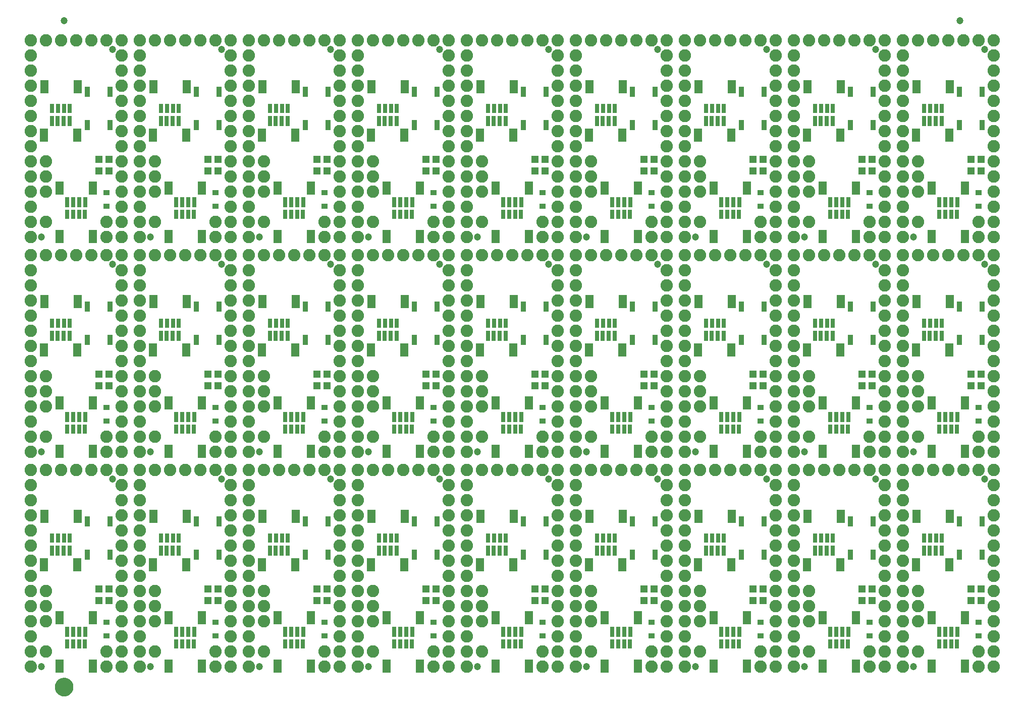
<source format=gts>
G04 EAGLE Gerber RS-274X export*
G75*
%MOMM*%
%FSLAX34Y34*%
%LPD*%
%INSoldermask Top*%
%IPPOS*%
%AMOC8*
5,1,8,0,0,1.08239X$1,22.5*%
G01*
%ADD10R,1.403200X2.203200*%
%ADD11R,0.803200X1.553200*%
%ADD12R,0.803200X1.753200*%
%ADD13C,1.203200*%
%ADD14C,2.082800*%
%ADD15R,1.303200X1.203200*%
%ADD16R,1.033200X0.833200*%
%ADD17R,0.965200X1.727200*%
%ADD18C,1.270000*%
%ADD19C,1.703200*%


D10*
X60900Y14050D03*
X116900Y14050D03*
D11*
X73900Y50800D03*
X83900Y50800D03*
X93900Y50800D03*
X103900Y50800D03*
D10*
X91500Y265350D03*
X35500Y265350D03*
D11*
X78500Y228600D03*
X68500Y228600D03*
X58500Y228600D03*
X48500Y228600D03*
D12*
X78280Y208150D03*
X68280Y208150D03*
X58280Y208150D03*
X48280Y208150D03*
D10*
X91280Y183900D03*
X35280Y183900D03*
D13*
X30480Y12700D03*
X149860Y327660D03*
D14*
X12700Y342900D03*
X12700Y317500D03*
X12700Y292100D03*
X12700Y266700D03*
X12700Y241300D03*
X12700Y215900D03*
X12700Y190500D03*
X12700Y165100D03*
X12700Y139700D03*
X12700Y114300D03*
X12700Y88900D03*
X12700Y63500D03*
X12700Y38100D03*
X12700Y12700D03*
X165100Y342900D03*
X165100Y317500D03*
X165100Y292100D03*
X165100Y266700D03*
X165100Y241300D03*
X165100Y215900D03*
X165100Y190500D03*
X165100Y165100D03*
X165100Y139700D03*
X165100Y114300D03*
X165100Y88900D03*
X165100Y63500D03*
X165100Y38100D03*
X165100Y12700D03*
X38100Y342900D03*
X63500Y342900D03*
X88900Y342900D03*
X114300Y342900D03*
X139700Y342900D03*
X38100Y139700D03*
X38100Y114300D03*
X38100Y88900D03*
X38100Y38100D03*
D15*
X127644Y143256D03*
X144644Y143256D03*
X127644Y123952D03*
X144644Y123952D03*
D12*
X74120Y71250D03*
X84120Y71250D03*
X94120Y71250D03*
X104120Y71250D03*
D10*
X61120Y95500D03*
X117120Y95500D03*
D14*
X139700Y12700D03*
X139700Y38100D03*
D16*
X139700Y87700D03*
X139700Y64700D03*
D17*
X146050Y256540D03*
X146050Y200660D03*
X107950Y256540D03*
X107950Y200660D03*
D10*
X243780Y14050D03*
X299780Y14050D03*
D11*
X256780Y50800D03*
X266780Y50800D03*
X276780Y50800D03*
X286780Y50800D03*
D10*
X274380Y265350D03*
X218380Y265350D03*
D11*
X261380Y228600D03*
X251380Y228600D03*
X241380Y228600D03*
X231380Y228600D03*
D12*
X261160Y208150D03*
X251160Y208150D03*
X241160Y208150D03*
X231160Y208150D03*
D10*
X274160Y183900D03*
X218160Y183900D03*
D13*
X213360Y12700D03*
X332740Y327660D03*
D14*
X195580Y342900D03*
X195580Y317500D03*
X195580Y292100D03*
X195580Y266700D03*
X195580Y241300D03*
X195580Y215900D03*
X195580Y190500D03*
X195580Y165100D03*
X195580Y139700D03*
X195580Y114300D03*
X195580Y88900D03*
X195580Y63500D03*
X195580Y38100D03*
X195580Y12700D03*
X347980Y342900D03*
X347980Y317500D03*
X347980Y292100D03*
X347980Y266700D03*
X347980Y241300D03*
X347980Y215900D03*
X347980Y190500D03*
X347980Y165100D03*
X347980Y139700D03*
X347980Y114300D03*
X347980Y88900D03*
X347980Y63500D03*
X347980Y38100D03*
X347980Y12700D03*
X220980Y342900D03*
X246380Y342900D03*
X271780Y342900D03*
X297180Y342900D03*
X322580Y342900D03*
X220980Y139700D03*
X220980Y114300D03*
X220980Y88900D03*
X220980Y38100D03*
D15*
X310524Y143256D03*
X327524Y143256D03*
X310524Y123952D03*
X327524Y123952D03*
D12*
X257000Y71250D03*
X267000Y71250D03*
X277000Y71250D03*
X287000Y71250D03*
D10*
X244000Y95500D03*
X300000Y95500D03*
D14*
X322580Y12700D03*
X322580Y38100D03*
D16*
X322580Y87700D03*
X322580Y64700D03*
D17*
X328930Y256540D03*
X328930Y200660D03*
X290830Y256540D03*
X290830Y200660D03*
D10*
X426660Y14050D03*
X482660Y14050D03*
D11*
X439660Y50800D03*
X449660Y50800D03*
X459660Y50800D03*
X469660Y50800D03*
D10*
X457260Y265350D03*
X401260Y265350D03*
D11*
X444260Y228600D03*
X434260Y228600D03*
X424260Y228600D03*
X414260Y228600D03*
D12*
X444040Y208150D03*
X434040Y208150D03*
X424040Y208150D03*
X414040Y208150D03*
D10*
X457040Y183900D03*
X401040Y183900D03*
D13*
X396240Y12700D03*
X515620Y327660D03*
D14*
X378460Y342900D03*
X378460Y317500D03*
X378460Y292100D03*
X378460Y266700D03*
X378460Y241300D03*
X378460Y215900D03*
X378460Y190500D03*
X378460Y165100D03*
X378460Y139700D03*
X378460Y114300D03*
X378460Y88900D03*
X378460Y63500D03*
X378460Y38100D03*
X378460Y12700D03*
X530860Y342900D03*
X530860Y317500D03*
X530860Y292100D03*
X530860Y266700D03*
X530860Y241300D03*
X530860Y215900D03*
X530860Y190500D03*
X530860Y165100D03*
X530860Y139700D03*
X530860Y114300D03*
X530860Y88900D03*
X530860Y63500D03*
X530860Y38100D03*
X530860Y12700D03*
X403860Y342900D03*
X429260Y342900D03*
X454660Y342900D03*
X480060Y342900D03*
X505460Y342900D03*
X403860Y139700D03*
X403860Y114300D03*
X403860Y88900D03*
X403860Y38100D03*
D15*
X493404Y143256D03*
X510404Y143256D03*
X493404Y123952D03*
X510404Y123952D03*
D12*
X439880Y71250D03*
X449880Y71250D03*
X459880Y71250D03*
X469880Y71250D03*
D10*
X426880Y95500D03*
X482880Y95500D03*
D14*
X505460Y12700D03*
X505460Y38100D03*
D16*
X505460Y87700D03*
X505460Y64700D03*
D17*
X511810Y256540D03*
X511810Y200660D03*
X473710Y256540D03*
X473710Y200660D03*
D10*
X609540Y14050D03*
X665540Y14050D03*
D11*
X622540Y50800D03*
X632540Y50800D03*
X642540Y50800D03*
X652540Y50800D03*
D10*
X640140Y265350D03*
X584140Y265350D03*
D11*
X627140Y228600D03*
X617140Y228600D03*
X607140Y228600D03*
X597140Y228600D03*
D12*
X626920Y208150D03*
X616920Y208150D03*
X606920Y208150D03*
X596920Y208150D03*
D10*
X639920Y183900D03*
X583920Y183900D03*
D13*
X579120Y12700D03*
X698500Y327660D03*
D14*
X561340Y342900D03*
X561340Y317500D03*
X561340Y292100D03*
X561340Y266700D03*
X561340Y241300D03*
X561340Y215900D03*
X561340Y190500D03*
X561340Y165100D03*
X561340Y139700D03*
X561340Y114300D03*
X561340Y88900D03*
X561340Y63500D03*
X561340Y38100D03*
X561340Y12700D03*
X713740Y342900D03*
X713740Y317500D03*
X713740Y292100D03*
X713740Y266700D03*
X713740Y241300D03*
X713740Y215900D03*
X713740Y190500D03*
X713740Y165100D03*
X713740Y139700D03*
X713740Y114300D03*
X713740Y88900D03*
X713740Y63500D03*
X713740Y38100D03*
X713740Y12700D03*
X586740Y342900D03*
X612140Y342900D03*
X637540Y342900D03*
X662940Y342900D03*
X688340Y342900D03*
X586740Y139700D03*
X586740Y114300D03*
X586740Y88900D03*
X586740Y38100D03*
D15*
X676284Y143256D03*
X693284Y143256D03*
X676284Y123952D03*
X693284Y123952D03*
D12*
X622760Y71250D03*
X632760Y71250D03*
X642760Y71250D03*
X652760Y71250D03*
D10*
X609760Y95500D03*
X665760Y95500D03*
D14*
X688340Y12700D03*
X688340Y38100D03*
D16*
X688340Y87700D03*
X688340Y64700D03*
D17*
X694690Y256540D03*
X694690Y200660D03*
X656590Y256540D03*
X656590Y200660D03*
D10*
X792420Y14050D03*
X848420Y14050D03*
D11*
X805420Y50800D03*
X815420Y50800D03*
X825420Y50800D03*
X835420Y50800D03*
D10*
X823020Y265350D03*
X767020Y265350D03*
D11*
X810020Y228600D03*
X800020Y228600D03*
X790020Y228600D03*
X780020Y228600D03*
D12*
X809800Y208150D03*
X799800Y208150D03*
X789800Y208150D03*
X779800Y208150D03*
D10*
X822800Y183900D03*
X766800Y183900D03*
D13*
X762000Y12700D03*
X881380Y327660D03*
D14*
X744220Y342900D03*
X744220Y317500D03*
X744220Y292100D03*
X744220Y266700D03*
X744220Y241300D03*
X744220Y215900D03*
X744220Y190500D03*
X744220Y165100D03*
X744220Y139700D03*
X744220Y114300D03*
X744220Y88900D03*
X744220Y63500D03*
X744220Y38100D03*
X744220Y12700D03*
X896620Y342900D03*
X896620Y317500D03*
X896620Y292100D03*
X896620Y266700D03*
X896620Y241300D03*
X896620Y215900D03*
X896620Y190500D03*
X896620Y165100D03*
X896620Y139700D03*
X896620Y114300D03*
X896620Y88900D03*
X896620Y63500D03*
X896620Y38100D03*
X896620Y12700D03*
X769620Y342900D03*
X795020Y342900D03*
X820420Y342900D03*
X845820Y342900D03*
X871220Y342900D03*
X769620Y139700D03*
X769620Y114300D03*
X769620Y88900D03*
X769620Y38100D03*
D15*
X859164Y143256D03*
X876164Y143256D03*
X859164Y123952D03*
X876164Y123952D03*
D12*
X805640Y71250D03*
X815640Y71250D03*
X825640Y71250D03*
X835640Y71250D03*
D10*
X792640Y95500D03*
X848640Y95500D03*
D14*
X871220Y12700D03*
X871220Y38100D03*
D16*
X871220Y87700D03*
X871220Y64700D03*
D17*
X877570Y256540D03*
X877570Y200660D03*
X839470Y256540D03*
X839470Y200660D03*
D10*
X975300Y14050D03*
X1031300Y14050D03*
D11*
X988300Y50800D03*
X998300Y50800D03*
X1008300Y50800D03*
X1018300Y50800D03*
D10*
X1005900Y265350D03*
X949900Y265350D03*
D11*
X992900Y228600D03*
X982900Y228600D03*
X972900Y228600D03*
X962900Y228600D03*
D12*
X992680Y208150D03*
X982680Y208150D03*
X972680Y208150D03*
X962680Y208150D03*
D10*
X1005680Y183900D03*
X949680Y183900D03*
D13*
X944880Y12700D03*
X1064260Y327660D03*
D14*
X927100Y342900D03*
X927100Y317500D03*
X927100Y292100D03*
X927100Y266700D03*
X927100Y241300D03*
X927100Y215900D03*
X927100Y190500D03*
X927100Y165100D03*
X927100Y139700D03*
X927100Y114300D03*
X927100Y88900D03*
X927100Y63500D03*
X927100Y38100D03*
X927100Y12700D03*
X1079500Y342900D03*
X1079500Y317500D03*
X1079500Y292100D03*
X1079500Y266700D03*
X1079500Y241300D03*
X1079500Y215900D03*
X1079500Y190500D03*
X1079500Y165100D03*
X1079500Y139700D03*
X1079500Y114300D03*
X1079500Y88900D03*
X1079500Y63500D03*
X1079500Y38100D03*
X1079500Y12700D03*
X952500Y342900D03*
X977900Y342900D03*
X1003300Y342900D03*
X1028700Y342900D03*
X1054100Y342900D03*
X952500Y139700D03*
X952500Y114300D03*
X952500Y88900D03*
X952500Y38100D03*
D15*
X1042044Y143256D03*
X1059044Y143256D03*
X1042044Y123952D03*
X1059044Y123952D03*
D12*
X988520Y71250D03*
X998520Y71250D03*
X1008520Y71250D03*
X1018520Y71250D03*
D10*
X975520Y95500D03*
X1031520Y95500D03*
D14*
X1054100Y12700D03*
X1054100Y38100D03*
D16*
X1054100Y87700D03*
X1054100Y64700D03*
D17*
X1060450Y256540D03*
X1060450Y200660D03*
X1022350Y256540D03*
X1022350Y200660D03*
D10*
X1158180Y14050D03*
X1214180Y14050D03*
D11*
X1171180Y50800D03*
X1181180Y50800D03*
X1191180Y50800D03*
X1201180Y50800D03*
D10*
X1188780Y265350D03*
X1132780Y265350D03*
D11*
X1175780Y228600D03*
X1165780Y228600D03*
X1155780Y228600D03*
X1145780Y228600D03*
D12*
X1175560Y208150D03*
X1165560Y208150D03*
X1155560Y208150D03*
X1145560Y208150D03*
D10*
X1188560Y183900D03*
X1132560Y183900D03*
D13*
X1127760Y12700D03*
X1247140Y327660D03*
D14*
X1109980Y342900D03*
X1109980Y317500D03*
X1109980Y292100D03*
X1109980Y266700D03*
X1109980Y241300D03*
X1109980Y215900D03*
X1109980Y190500D03*
X1109980Y165100D03*
X1109980Y139700D03*
X1109980Y114300D03*
X1109980Y88900D03*
X1109980Y63500D03*
X1109980Y38100D03*
X1109980Y12700D03*
X1262380Y342900D03*
X1262380Y317500D03*
X1262380Y292100D03*
X1262380Y266700D03*
X1262380Y241300D03*
X1262380Y215900D03*
X1262380Y190500D03*
X1262380Y165100D03*
X1262380Y139700D03*
X1262380Y114300D03*
X1262380Y88900D03*
X1262380Y63500D03*
X1262380Y38100D03*
X1262380Y12700D03*
X1135380Y342900D03*
X1160780Y342900D03*
X1186180Y342900D03*
X1211580Y342900D03*
X1236980Y342900D03*
X1135380Y139700D03*
X1135380Y114300D03*
X1135380Y88900D03*
X1135380Y38100D03*
D15*
X1224924Y143256D03*
X1241924Y143256D03*
X1224924Y123952D03*
X1241924Y123952D03*
D12*
X1171400Y71250D03*
X1181400Y71250D03*
X1191400Y71250D03*
X1201400Y71250D03*
D10*
X1158400Y95500D03*
X1214400Y95500D03*
D14*
X1236980Y12700D03*
X1236980Y38100D03*
D16*
X1236980Y87700D03*
X1236980Y64700D03*
D17*
X1243330Y256540D03*
X1243330Y200660D03*
X1205230Y256540D03*
X1205230Y200660D03*
D10*
X1341060Y14050D03*
X1397060Y14050D03*
D11*
X1354060Y50800D03*
X1364060Y50800D03*
X1374060Y50800D03*
X1384060Y50800D03*
D10*
X1371660Y265350D03*
X1315660Y265350D03*
D11*
X1358660Y228600D03*
X1348660Y228600D03*
X1338660Y228600D03*
X1328660Y228600D03*
D12*
X1358440Y208150D03*
X1348440Y208150D03*
X1338440Y208150D03*
X1328440Y208150D03*
D10*
X1371440Y183900D03*
X1315440Y183900D03*
D13*
X1310640Y12700D03*
X1430020Y327660D03*
D14*
X1292860Y342900D03*
X1292860Y317500D03*
X1292860Y292100D03*
X1292860Y266700D03*
X1292860Y241300D03*
X1292860Y215900D03*
X1292860Y190500D03*
X1292860Y165100D03*
X1292860Y139700D03*
X1292860Y114300D03*
X1292860Y88900D03*
X1292860Y63500D03*
X1292860Y38100D03*
X1292860Y12700D03*
X1445260Y342900D03*
X1445260Y317500D03*
X1445260Y292100D03*
X1445260Y266700D03*
X1445260Y241300D03*
X1445260Y215900D03*
X1445260Y190500D03*
X1445260Y165100D03*
X1445260Y139700D03*
X1445260Y114300D03*
X1445260Y88900D03*
X1445260Y63500D03*
X1445260Y38100D03*
X1445260Y12700D03*
X1318260Y342900D03*
X1343660Y342900D03*
X1369060Y342900D03*
X1394460Y342900D03*
X1419860Y342900D03*
X1318260Y139700D03*
X1318260Y114300D03*
X1318260Y88900D03*
X1318260Y38100D03*
D15*
X1407804Y143256D03*
X1424804Y143256D03*
X1407804Y123952D03*
X1424804Y123952D03*
D12*
X1354280Y71250D03*
X1364280Y71250D03*
X1374280Y71250D03*
X1384280Y71250D03*
D10*
X1341280Y95500D03*
X1397280Y95500D03*
D14*
X1419860Y12700D03*
X1419860Y38100D03*
D16*
X1419860Y87700D03*
X1419860Y64700D03*
D17*
X1426210Y256540D03*
X1426210Y200660D03*
X1388110Y256540D03*
X1388110Y200660D03*
D10*
X1523940Y14050D03*
X1579940Y14050D03*
D11*
X1536940Y50800D03*
X1546940Y50800D03*
X1556940Y50800D03*
X1566940Y50800D03*
D10*
X1554540Y265350D03*
X1498540Y265350D03*
D11*
X1541540Y228600D03*
X1531540Y228600D03*
X1521540Y228600D03*
X1511540Y228600D03*
D12*
X1541320Y208150D03*
X1531320Y208150D03*
X1521320Y208150D03*
X1511320Y208150D03*
D10*
X1554320Y183900D03*
X1498320Y183900D03*
D13*
X1493520Y12700D03*
X1612900Y327660D03*
D14*
X1475740Y342900D03*
X1475740Y317500D03*
X1475740Y292100D03*
X1475740Y266700D03*
X1475740Y241300D03*
X1475740Y215900D03*
X1475740Y190500D03*
X1475740Y165100D03*
X1475740Y139700D03*
X1475740Y114300D03*
X1475740Y88900D03*
X1475740Y63500D03*
X1475740Y38100D03*
X1475740Y12700D03*
X1628140Y342900D03*
X1628140Y317500D03*
X1628140Y292100D03*
X1628140Y266700D03*
X1628140Y241300D03*
X1628140Y215900D03*
X1628140Y190500D03*
X1628140Y165100D03*
X1628140Y139700D03*
X1628140Y114300D03*
X1628140Y88900D03*
X1628140Y63500D03*
X1628140Y38100D03*
X1628140Y12700D03*
X1501140Y342900D03*
X1526540Y342900D03*
X1551940Y342900D03*
X1577340Y342900D03*
X1602740Y342900D03*
X1501140Y139700D03*
X1501140Y114300D03*
X1501140Y88900D03*
X1501140Y38100D03*
D15*
X1590684Y143256D03*
X1607684Y143256D03*
X1590684Y123952D03*
X1607684Y123952D03*
D12*
X1537160Y71250D03*
X1547160Y71250D03*
X1557160Y71250D03*
X1567160Y71250D03*
D10*
X1524160Y95500D03*
X1580160Y95500D03*
D14*
X1602740Y12700D03*
X1602740Y38100D03*
D16*
X1602740Y87700D03*
X1602740Y64700D03*
D17*
X1609090Y256540D03*
X1609090Y200660D03*
X1570990Y256540D03*
X1570990Y200660D03*
D10*
X60900Y374730D03*
X116900Y374730D03*
D11*
X73900Y411480D03*
X83900Y411480D03*
X93900Y411480D03*
X103900Y411480D03*
D10*
X91500Y626030D03*
X35500Y626030D03*
D11*
X78500Y589280D03*
X68500Y589280D03*
X58500Y589280D03*
X48500Y589280D03*
D12*
X78280Y568830D03*
X68280Y568830D03*
X58280Y568830D03*
X48280Y568830D03*
D10*
X91280Y544580D03*
X35280Y544580D03*
D13*
X30480Y373380D03*
X149860Y688340D03*
D14*
X12700Y703580D03*
X12700Y678180D03*
X12700Y652780D03*
X12700Y627380D03*
X12700Y601980D03*
X12700Y576580D03*
X12700Y551180D03*
X12700Y525780D03*
X12700Y500380D03*
X12700Y474980D03*
X12700Y449580D03*
X12700Y424180D03*
X12700Y398780D03*
X12700Y373380D03*
X165100Y703580D03*
X165100Y678180D03*
X165100Y652780D03*
X165100Y627380D03*
X165100Y601980D03*
X165100Y576580D03*
X165100Y551180D03*
X165100Y525780D03*
X165100Y500380D03*
X165100Y474980D03*
X165100Y449580D03*
X165100Y424180D03*
X165100Y398780D03*
X165100Y373380D03*
X38100Y703580D03*
X63500Y703580D03*
X88900Y703580D03*
X114300Y703580D03*
X139700Y703580D03*
X38100Y500380D03*
X38100Y474980D03*
X38100Y449580D03*
X38100Y398780D03*
D15*
X127644Y503936D03*
X144644Y503936D03*
X127644Y484632D03*
X144644Y484632D03*
D12*
X74120Y431930D03*
X84120Y431930D03*
X94120Y431930D03*
X104120Y431930D03*
D10*
X61120Y456180D03*
X117120Y456180D03*
D14*
X139700Y373380D03*
X139700Y398780D03*
D16*
X139700Y448380D03*
X139700Y425380D03*
D17*
X146050Y617220D03*
X146050Y561340D03*
X107950Y617220D03*
X107950Y561340D03*
D10*
X243780Y374730D03*
X299780Y374730D03*
D11*
X256780Y411480D03*
X266780Y411480D03*
X276780Y411480D03*
X286780Y411480D03*
D10*
X274380Y626030D03*
X218380Y626030D03*
D11*
X261380Y589280D03*
X251380Y589280D03*
X241380Y589280D03*
X231380Y589280D03*
D12*
X261160Y568830D03*
X251160Y568830D03*
X241160Y568830D03*
X231160Y568830D03*
D10*
X274160Y544580D03*
X218160Y544580D03*
D13*
X213360Y373380D03*
X332740Y688340D03*
D14*
X195580Y703580D03*
X195580Y678180D03*
X195580Y652780D03*
X195580Y627380D03*
X195580Y601980D03*
X195580Y576580D03*
X195580Y551180D03*
X195580Y525780D03*
X195580Y500380D03*
X195580Y474980D03*
X195580Y449580D03*
X195580Y424180D03*
X195580Y398780D03*
X195580Y373380D03*
X347980Y703580D03*
X347980Y678180D03*
X347980Y652780D03*
X347980Y627380D03*
X347980Y601980D03*
X347980Y576580D03*
X347980Y551180D03*
X347980Y525780D03*
X347980Y500380D03*
X347980Y474980D03*
X347980Y449580D03*
X347980Y424180D03*
X347980Y398780D03*
X347980Y373380D03*
X220980Y703580D03*
X246380Y703580D03*
X271780Y703580D03*
X297180Y703580D03*
X322580Y703580D03*
X220980Y500380D03*
X220980Y474980D03*
X220980Y449580D03*
X220980Y398780D03*
D15*
X310524Y503936D03*
X327524Y503936D03*
X310524Y484632D03*
X327524Y484632D03*
D12*
X257000Y431930D03*
X267000Y431930D03*
X277000Y431930D03*
X287000Y431930D03*
D10*
X244000Y456180D03*
X300000Y456180D03*
D14*
X322580Y373380D03*
X322580Y398780D03*
D16*
X322580Y448380D03*
X322580Y425380D03*
D17*
X328930Y617220D03*
X328930Y561340D03*
X290830Y617220D03*
X290830Y561340D03*
D10*
X426660Y374730D03*
X482660Y374730D03*
D11*
X439660Y411480D03*
X449660Y411480D03*
X459660Y411480D03*
X469660Y411480D03*
D10*
X457260Y626030D03*
X401260Y626030D03*
D11*
X444260Y589280D03*
X434260Y589280D03*
X424260Y589280D03*
X414260Y589280D03*
D12*
X444040Y568830D03*
X434040Y568830D03*
X424040Y568830D03*
X414040Y568830D03*
D10*
X457040Y544580D03*
X401040Y544580D03*
D13*
X396240Y373380D03*
X515620Y688340D03*
D14*
X378460Y703580D03*
X378460Y678180D03*
X378460Y652780D03*
X378460Y627380D03*
X378460Y601980D03*
X378460Y576580D03*
X378460Y551180D03*
X378460Y525780D03*
X378460Y500380D03*
X378460Y474980D03*
X378460Y449580D03*
X378460Y424180D03*
X378460Y398780D03*
X378460Y373380D03*
X530860Y703580D03*
X530860Y678180D03*
X530860Y652780D03*
X530860Y627380D03*
X530860Y601980D03*
X530860Y576580D03*
X530860Y551180D03*
X530860Y525780D03*
X530860Y500380D03*
X530860Y474980D03*
X530860Y449580D03*
X530860Y424180D03*
X530860Y398780D03*
X530860Y373380D03*
X403860Y703580D03*
X429260Y703580D03*
X454660Y703580D03*
X480060Y703580D03*
X505460Y703580D03*
X403860Y500380D03*
X403860Y474980D03*
X403860Y449580D03*
X403860Y398780D03*
D15*
X493404Y503936D03*
X510404Y503936D03*
X493404Y484632D03*
X510404Y484632D03*
D12*
X439880Y431930D03*
X449880Y431930D03*
X459880Y431930D03*
X469880Y431930D03*
D10*
X426880Y456180D03*
X482880Y456180D03*
D14*
X505460Y373380D03*
X505460Y398780D03*
D16*
X505460Y448380D03*
X505460Y425380D03*
D17*
X511810Y617220D03*
X511810Y561340D03*
X473710Y617220D03*
X473710Y561340D03*
D10*
X609540Y374730D03*
X665540Y374730D03*
D11*
X622540Y411480D03*
X632540Y411480D03*
X642540Y411480D03*
X652540Y411480D03*
D10*
X640140Y626030D03*
X584140Y626030D03*
D11*
X627140Y589280D03*
X617140Y589280D03*
X607140Y589280D03*
X597140Y589280D03*
D12*
X626920Y568830D03*
X616920Y568830D03*
X606920Y568830D03*
X596920Y568830D03*
D10*
X639920Y544580D03*
X583920Y544580D03*
D13*
X579120Y373380D03*
X698500Y688340D03*
D14*
X561340Y703580D03*
X561340Y678180D03*
X561340Y652780D03*
X561340Y627380D03*
X561340Y601980D03*
X561340Y576580D03*
X561340Y551180D03*
X561340Y525780D03*
X561340Y500380D03*
X561340Y474980D03*
X561340Y449580D03*
X561340Y424180D03*
X561340Y398780D03*
X561340Y373380D03*
X713740Y703580D03*
X713740Y678180D03*
X713740Y652780D03*
X713740Y627380D03*
X713740Y601980D03*
X713740Y576580D03*
X713740Y551180D03*
X713740Y525780D03*
X713740Y500380D03*
X713740Y474980D03*
X713740Y449580D03*
X713740Y424180D03*
X713740Y398780D03*
X713740Y373380D03*
X586740Y703580D03*
X612140Y703580D03*
X637540Y703580D03*
X662940Y703580D03*
X688340Y703580D03*
X586740Y500380D03*
X586740Y474980D03*
X586740Y449580D03*
X586740Y398780D03*
D15*
X676284Y503936D03*
X693284Y503936D03*
X676284Y484632D03*
X693284Y484632D03*
D12*
X622760Y431930D03*
X632760Y431930D03*
X642760Y431930D03*
X652760Y431930D03*
D10*
X609760Y456180D03*
X665760Y456180D03*
D14*
X688340Y373380D03*
X688340Y398780D03*
D16*
X688340Y448380D03*
X688340Y425380D03*
D17*
X694690Y617220D03*
X694690Y561340D03*
X656590Y617220D03*
X656590Y561340D03*
D10*
X792420Y374730D03*
X848420Y374730D03*
D11*
X805420Y411480D03*
X815420Y411480D03*
X825420Y411480D03*
X835420Y411480D03*
D10*
X823020Y626030D03*
X767020Y626030D03*
D11*
X810020Y589280D03*
X800020Y589280D03*
X790020Y589280D03*
X780020Y589280D03*
D12*
X809800Y568830D03*
X799800Y568830D03*
X789800Y568830D03*
X779800Y568830D03*
D10*
X822800Y544580D03*
X766800Y544580D03*
D13*
X762000Y373380D03*
X881380Y688340D03*
D14*
X744220Y703580D03*
X744220Y678180D03*
X744220Y652780D03*
X744220Y627380D03*
X744220Y601980D03*
X744220Y576580D03*
X744220Y551180D03*
X744220Y525780D03*
X744220Y500380D03*
X744220Y474980D03*
X744220Y449580D03*
X744220Y424180D03*
X744220Y398780D03*
X744220Y373380D03*
X896620Y703580D03*
X896620Y678180D03*
X896620Y652780D03*
X896620Y627380D03*
X896620Y601980D03*
X896620Y576580D03*
X896620Y551180D03*
X896620Y525780D03*
X896620Y500380D03*
X896620Y474980D03*
X896620Y449580D03*
X896620Y424180D03*
X896620Y398780D03*
X896620Y373380D03*
X769620Y703580D03*
X795020Y703580D03*
X820420Y703580D03*
X845820Y703580D03*
X871220Y703580D03*
X769620Y500380D03*
X769620Y474980D03*
X769620Y449580D03*
X769620Y398780D03*
D15*
X859164Y503936D03*
X876164Y503936D03*
X859164Y484632D03*
X876164Y484632D03*
D12*
X805640Y431930D03*
X815640Y431930D03*
X825640Y431930D03*
X835640Y431930D03*
D10*
X792640Y456180D03*
X848640Y456180D03*
D14*
X871220Y373380D03*
X871220Y398780D03*
D16*
X871220Y448380D03*
X871220Y425380D03*
D17*
X877570Y617220D03*
X877570Y561340D03*
X839470Y617220D03*
X839470Y561340D03*
D10*
X975300Y374730D03*
X1031300Y374730D03*
D11*
X988300Y411480D03*
X998300Y411480D03*
X1008300Y411480D03*
X1018300Y411480D03*
D10*
X1005900Y626030D03*
X949900Y626030D03*
D11*
X992900Y589280D03*
X982900Y589280D03*
X972900Y589280D03*
X962900Y589280D03*
D12*
X992680Y568830D03*
X982680Y568830D03*
X972680Y568830D03*
X962680Y568830D03*
D10*
X1005680Y544580D03*
X949680Y544580D03*
D13*
X944880Y373380D03*
X1064260Y688340D03*
D14*
X927100Y703580D03*
X927100Y678180D03*
X927100Y652780D03*
X927100Y627380D03*
X927100Y601980D03*
X927100Y576580D03*
X927100Y551180D03*
X927100Y525780D03*
X927100Y500380D03*
X927100Y474980D03*
X927100Y449580D03*
X927100Y424180D03*
X927100Y398780D03*
X927100Y373380D03*
X1079500Y703580D03*
X1079500Y678180D03*
X1079500Y652780D03*
X1079500Y627380D03*
X1079500Y601980D03*
X1079500Y576580D03*
X1079500Y551180D03*
X1079500Y525780D03*
X1079500Y500380D03*
X1079500Y474980D03*
X1079500Y449580D03*
X1079500Y424180D03*
X1079500Y398780D03*
X1079500Y373380D03*
X952500Y703580D03*
X977900Y703580D03*
X1003300Y703580D03*
X1028700Y703580D03*
X1054100Y703580D03*
X952500Y500380D03*
X952500Y474980D03*
X952500Y449580D03*
X952500Y398780D03*
D15*
X1042044Y503936D03*
X1059044Y503936D03*
X1042044Y484632D03*
X1059044Y484632D03*
D12*
X988520Y431930D03*
X998520Y431930D03*
X1008520Y431930D03*
X1018520Y431930D03*
D10*
X975520Y456180D03*
X1031520Y456180D03*
D14*
X1054100Y373380D03*
X1054100Y398780D03*
D16*
X1054100Y448380D03*
X1054100Y425380D03*
D17*
X1060450Y617220D03*
X1060450Y561340D03*
X1022350Y617220D03*
X1022350Y561340D03*
D10*
X1158180Y374730D03*
X1214180Y374730D03*
D11*
X1171180Y411480D03*
X1181180Y411480D03*
X1191180Y411480D03*
X1201180Y411480D03*
D10*
X1188780Y626030D03*
X1132780Y626030D03*
D11*
X1175780Y589280D03*
X1165780Y589280D03*
X1155780Y589280D03*
X1145780Y589280D03*
D12*
X1175560Y568830D03*
X1165560Y568830D03*
X1155560Y568830D03*
X1145560Y568830D03*
D10*
X1188560Y544580D03*
X1132560Y544580D03*
D13*
X1127760Y373380D03*
X1247140Y688340D03*
D14*
X1109980Y703580D03*
X1109980Y678180D03*
X1109980Y652780D03*
X1109980Y627380D03*
X1109980Y601980D03*
X1109980Y576580D03*
X1109980Y551180D03*
X1109980Y525780D03*
X1109980Y500380D03*
X1109980Y474980D03*
X1109980Y449580D03*
X1109980Y424180D03*
X1109980Y398780D03*
X1109980Y373380D03*
X1262380Y703580D03*
X1262380Y678180D03*
X1262380Y652780D03*
X1262380Y627380D03*
X1262380Y601980D03*
X1262380Y576580D03*
X1262380Y551180D03*
X1262380Y525780D03*
X1262380Y500380D03*
X1262380Y474980D03*
X1262380Y449580D03*
X1262380Y424180D03*
X1262380Y398780D03*
X1262380Y373380D03*
X1135380Y703580D03*
X1160780Y703580D03*
X1186180Y703580D03*
X1211580Y703580D03*
X1236980Y703580D03*
X1135380Y500380D03*
X1135380Y474980D03*
X1135380Y449580D03*
X1135380Y398780D03*
D15*
X1224924Y503936D03*
X1241924Y503936D03*
X1224924Y484632D03*
X1241924Y484632D03*
D12*
X1171400Y431930D03*
X1181400Y431930D03*
X1191400Y431930D03*
X1201400Y431930D03*
D10*
X1158400Y456180D03*
X1214400Y456180D03*
D14*
X1236980Y373380D03*
X1236980Y398780D03*
D16*
X1236980Y448380D03*
X1236980Y425380D03*
D17*
X1243330Y617220D03*
X1243330Y561340D03*
X1205230Y617220D03*
X1205230Y561340D03*
D10*
X1341060Y374730D03*
X1397060Y374730D03*
D11*
X1354060Y411480D03*
X1364060Y411480D03*
X1374060Y411480D03*
X1384060Y411480D03*
D10*
X1371660Y626030D03*
X1315660Y626030D03*
D11*
X1358660Y589280D03*
X1348660Y589280D03*
X1338660Y589280D03*
X1328660Y589280D03*
D12*
X1358440Y568830D03*
X1348440Y568830D03*
X1338440Y568830D03*
X1328440Y568830D03*
D10*
X1371440Y544580D03*
X1315440Y544580D03*
D13*
X1310640Y373380D03*
X1430020Y688340D03*
D14*
X1292860Y703580D03*
X1292860Y678180D03*
X1292860Y652780D03*
X1292860Y627380D03*
X1292860Y601980D03*
X1292860Y576580D03*
X1292860Y551180D03*
X1292860Y525780D03*
X1292860Y500380D03*
X1292860Y474980D03*
X1292860Y449580D03*
X1292860Y424180D03*
X1292860Y398780D03*
X1292860Y373380D03*
X1445260Y703580D03*
X1445260Y678180D03*
X1445260Y652780D03*
X1445260Y627380D03*
X1445260Y601980D03*
X1445260Y576580D03*
X1445260Y551180D03*
X1445260Y525780D03*
X1445260Y500380D03*
X1445260Y474980D03*
X1445260Y449580D03*
X1445260Y424180D03*
X1445260Y398780D03*
X1445260Y373380D03*
X1318260Y703580D03*
X1343660Y703580D03*
X1369060Y703580D03*
X1394460Y703580D03*
X1419860Y703580D03*
X1318260Y500380D03*
X1318260Y474980D03*
X1318260Y449580D03*
X1318260Y398780D03*
D15*
X1407804Y503936D03*
X1424804Y503936D03*
X1407804Y484632D03*
X1424804Y484632D03*
D12*
X1354280Y431930D03*
X1364280Y431930D03*
X1374280Y431930D03*
X1384280Y431930D03*
D10*
X1341280Y456180D03*
X1397280Y456180D03*
D14*
X1419860Y373380D03*
X1419860Y398780D03*
D16*
X1419860Y448380D03*
X1419860Y425380D03*
D17*
X1426210Y617220D03*
X1426210Y561340D03*
X1388110Y617220D03*
X1388110Y561340D03*
D10*
X1523940Y374730D03*
X1579940Y374730D03*
D11*
X1536940Y411480D03*
X1546940Y411480D03*
X1556940Y411480D03*
X1566940Y411480D03*
D10*
X1554540Y626030D03*
X1498540Y626030D03*
D11*
X1541540Y589280D03*
X1531540Y589280D03*
X1521540Y589280D03*
X1511540Y589280D03*
D12*
X1541320Y568830D03*
X1531320Y568830D03*
X1521320Y568830D03*
X1511320Y568830D03*
D10*
X1554320Y544580D03*
X1498320Y544580D03*
D13*
X1493520Y373380D03*
X1612900Y688340D03*
D14*
X1475740Y703580D03*
X1475740Y678180D03*
X1475740Y652780D03*
X1475740Y627380D03*
X1475740Y601980D03*
X1475740Y576580D03*
X1475740Y551180D03*
X1475740Y525780D03*
X1475740Y500380D03*
X1475740Y474980D03*
X1475740Y449580D03*
X1475740Y424180D03*
X1475740Y398780D03*
X1475740Y373380D03*
X1628140Y703580D03*
X1628140Y678180D03*
X1628140Y652780D03*
X1628140Y627380D03*
X1628140Y601980D03*
X1628140Y576580D03*
X1628140Y551180D03*
X1628140Y525780D03*
X1628140Y500380D03*
X1628140Y474980D03*
X1628140Y449580D03*
X1628140Y424180D03*
X1628140Y398780D03*
X1628140Y373380D03*
X1501140Y703580D03*
X1526540Y703580D03*
X1551940Y703580D03*
X1577340Y703580D03*
X1602740Y703580D03*
X1501140Y500380D03*
X1501140Y474980D03*
X1501140Y449580D03*
X1501140Y398780D03*
D15*
X1590684Y503936D03*
X1607684Y503936D03*
X1590684Y484632D03*
X1607684Y484632D03*
D12*
X1537160Y431930D03*
X1547160Y431930D03*
X1557160Y431930D03*
X1567160Y431930D03*
D10*
X1524160Y456180D03*
X1580160Y456180D03*
D14*
X1602740Y373380D03*
X1602740Y398780D03*
D16*
X1602740Y448380D03*
X1602740Y425380D03*
D17*
X1609090Y617220D03*
X1609090Y561340D03*
X1570990Y617220D03*
X1570990Y561340D03*
D10*
X60900Y735410D03*
X116900Y735410D03*
D11*
X73900Y772160D03*
X83900Y772160D03*
X93900Y772160D03*
X103900Y772160D03*
D10*
X91500Y986710D03*
X35500Y986710D03*
D11*
X78500Y949960D03*
X68500Y949960D03*
X58500Y949960D03*
X48500Y949960D03*
D12*
X78280Y929510D03*
X68280Y929510D03*
X58280Y929510D03*
X48280Y929510D03*
D10*
X91280Y905260D03*
X35280Y905260D03*
D13*
X30480Y734060D03*
X149860Y1049020D03*
D14*
X12700Y1064260D03*
X12700Y1038860D03*
X12700Y1013460D03*
X12700Y988060D03*
X12700Y962660D03*
X12700Y937260D03*
X12700Y911860D03*
X12700Y886460D03*
X12700Y861060D03*
X12700Y835660D03*
X12700Y810260D03*
X12700Y784860D03*
X12700Y759460D03*
X12700Y734060D03*
X165100Y1064260D03*
X165100Y1038860D03*
X165100Y1013460D03*
X165100Y988060D03*
X165100Y962660D03*
X165100Y937260D03*
X165100Y911860D03*
X165100Y886460D03*
X165100Y861060D03*
X165100Y835660D03*
X165100Y810260D03*
X165100Y784860D03*
X165100Y759460D03*
X165100Y734060D03*
X38100Y1064260D03*
X63500Y1064260D03*
X88900Y1064260D03*
X114300Y1064260D03*
X139700Y1064260D03*
X38100Y861060D03*
X38100Y835660D03*
X38100Y810260D03*
X38100Y759460D03*
D15*
X127644Y864616D03*
X144644Y864616D03*
X127644Y845312D03*
X144644Y845312D03*
D12*
X74120Y792610D03*
X84120Y792610D03*
X94120Y792610D03*
X104120Y792610D03*
D10*
X61120Y816860D03*
X117120Y816860D03*
D14*
X139700Y734060D03*
X139700Y759460D03*
D16*
X139700Y809060D03*
X139700Y786060D03*
D17*
X146050Y977900D03*
X146050Y922020D03*
X107950Y977900D03*
X107950Y922020D03*
D10*
X243780Y735410D03*
X299780Y735410D03*
D11*
X256780Y772160D03*
X266780Y772160D03*
X276780Y772160D03*
X286780Y772160D03*
D10*
X274380Y986710D03*
X218380Y986710D03*
D11*
X261380Y949960D03*
X251380Y949960D03*
X241380Y949960D03*
X231380Y949960D03*
D12*
X261160Y929510D03*
X251160Y929510D03*
X241160Y929510D03*
X231160Y929510D03*
D10*
X274160Y905260D03*
X218160Y905260D03*
D13*
X213360Y734060D03*
X332740Y1049020D03*
D14*
X195580Y1064260D03*
X195580Y1038860D03*
X195580Y1013460D03*
X195580Y988060D03*
X195580Y962660D03*
X195580Y937260D03*
X195580Y911860D03*
X195580Y886460D03*
X195580Y861060D03*
X195580Y835660D03*
X195580Y810260D03*
X195580Y784860D03*
X195580Y759460D03*
X195580Y734060D03*
X347980Y1064260D03*
X347980Y1038860D03*
X347980Y1013460D03*
X347980Y988060D03*
X347980Y962660D03*
X347980Y937260D03*
X347980Y911860D03*
X347980Y886460D03*
X347980Y861060D03*
X347980Y835660D03*
X347980Y810260D03*
X347980Y784860D03*
X347980Y759460D03*
X347980Y734060D03*
X220980Y1064260D03*
X246380Y1064260D03*
X271780Y1064260D03*
X297180Y1064260D03*
X322580Y1064260D03*
X220980Y861060D03*
X220980Y835660D03*
X220980Y810260D03*
X220980Y759460D03*
D15*
X310524Y864616D03*
X327524Y864616D03*
X310524Y845312D03*
X327524Y845312D03*
D12*
X257000Y792610D03*
X267000Y792610D03*
X277000Y792610D03*
X287000Y792610D03*
D10*
X244000Y816860D03*
X300000Y816860D03*
D14*
X322580Y734060D03*
X322580Y759460D03*
D16*
X322580Y809060D03*
X322580Y786060D03*
D17*
X328930Y977900D03*
X328930Y922020D03*
X290830Y977900D03*
X290830Y922020D03*
D10*
X426660Y735410D03*
X482660Y735410D03*
D11*
X439660Y772160D03*
X449660Y772160D03*
X459660Y772160D03*
X469660Y772160D03*
D10*
X457260Y986710D03*
X401260Y986710D03*
D11*
X444260Y949960D03*
X434260Y949960D03*
X424260Y949960D03*
X414260Y949960D03*
D12*
X444040Y929510D03*
X434040Y929510D03*
X424040Y929510D03*
X414040Y929510D03*
D10*
X457040Y905260D03*
X401040Y905260D03*
D13*
X396240Y734060D03*
X515620Y1049020D03*
D14*
X378460Y1064260D03*
X378460Y1038860D03*
X378460Y1013460D03*
X378460Y988060D03*
X378460Y962660D03*
X378460Y937260D03*
X378460Y911860D03*
X378460Y886460D03*
X378460Y861060D03*
X378460Y835660D03*
X378460Y810260D03*
X378460Y784860D03*
X378460Y759460D03*
X378460Y734060D03*
X530860Y1064260D03*
X530860Y1038860D03*
X530860Y1013460D03*
X530860Y988060D03*
X530860Y962660D03*
X530860Y937260D03*
X530860Y911860D03*
X530860Y886460D03*
X530860Y861060D03*
X530860Y835660D03*
X530860Y810260D03*
X530860Y784860D03*
X530860Y759460D03*
X530860Y734060D03*
X403860Y1064260D03*
X429260Y1064260D03*
X454660Y1064260D03*
X480060Y1064260D03*
X505460Y1064260D03*
X403860Y861060D03*
X403860Y835660D03*
X403860Y810260D03*
X403860Y759460D03*
D15*
X493404Y864616D03*
X510404Y864616D03*
X493404Y845312D03*
X510404Y845312D03*
D12*
X439880Y792610D03*
X449880Y792610D03*
X459880Y792610D03*
X469880Y792610D03*
D10*
X426880Y816860D03*
X482880Y816860D03*
D14*
X505460Y734060D03*
X505460Y759460D03*
D16*
X505460Y809060D03*
X505460Y786060D03*
D17*
X511810Y977900D03*
X511810Y922020D03*
X473710Y977900D03*
X473710Y922020D03*
D10*
X609540Y735410D03*
X665540Y735410D03*
D11*
X622540Y772160D03*
X632540Y772160D03*
X642540Y772160D03*
X652540Y772160D03*
D10*
X640140Y986710D03*
X584140Y986710D03*
D11*
X627140Y949960D03*
X617140Y949960D03*
X607140Y949960D03*
X597140Y949960D03*
D12*
X626920Y929510D03*
X616920Y929510D03*
X606920Y929510D03*
X596920Y929510D03*
D10*
X639920Y905260D03*
X583920Y905260D03*
D13*
X579120Y734060D03*
X698500Y1049020D03*
D14*
X561340Y1064260D03*
X561340Y1038860D03*
X561340Y1013460D03*
X561340Y988060D03*
X561340Y962660D03*
X561340Y937260D03*
X561340Y911860D03*
X561340Y886460D03*
X561340Y861060D03*
X561340Y835660D03*
X561340Y810260D03*
X561340Y784860D03*
X561340Y759460D03*
X561340Y734060D03*
X713740Y1064260D03*
X713740Y1038860D03*
X713740Y1013460D03*
X713740Y988060D03*
X713740Y962660D03*
X713740Y937260D03*
X713740Y911860D03*
X713740Y886460D03*
X713740Y861060D03*
X713740Y835660D03*
X713740Y810260D03*
X713740Y784860D03*
X713740Y759460D03*
X713740Y734060D03*
X586740Y1064260D03*
X612140Y1064260D03*
X637540Y1064260D03*
X662940Y1064260D03*
X688340Y1064260D03*
X586740Y861060D03*
X586740Y835660D03*
X586740Y810260D03*
X586740Y759460D03*
D15*
X676284Y864616D03*
X693284Y864616D03*
X676284Y845312D03*
X693284Y845312D03*
D12*
X622760Y792610D03*
X632760Y792610D03*
X642760Y792610D03*
X652760Y792610D03*
D10*
X609760Y816860D03*
X665760Y816860D03*
D14*
X688340Y734060D03*
X688340Y759460D03*
D16*
X688340Y809060D03*
X688340Y786060D03*
D17*
X694690Y977900D03*
X694690Y922020D03*
X656590Y977900D03*
X656590Y922020D03*
D10*
X792420Y735410D03*
X848420Y735410D03*
D11*
X805420Y772160D03*
X815420Y772160D03*
X825420Y772160D03*
X835420Y772160D03*
D10*
X823020Y986710D03*
X767020Y986710D03*
D11*
X810020Y949960D03*
X800020Y949960D03*
X790020Y949960D03*
X780020Y949960D03*
D12*
X809800Y929510D03*
X799800Y929510D03*
X789800Y929510D03*
X779800Y929510D03*
D10*
X822800Y905260D03*
X766800Y905260D03*
D13*
X762000Y734060D03*
X881380Y1049020D03*
D14*
X744220Y1064260D03*
X744220Y1038860D03*
X744220Y1013460D03*
X744220Y988060D03*
X744220Y962660D03*
X744220Y937260D03*
X744220Y911860D03*
X744220Y886460D03*
X744220Y861060D03*
X744220Y835660D03*
X744220Y810260D03*
X744220Y784860D03*
X744220Y759460D03*
X744220Y734060D03*
X896620Y1064260D03*
X896620Y1038860D03*
X896620Y1013460D03*
X896620Y988060D03*
X896620Y962660D03*
X896620Y937260D03*
X896620Y911860D03*
X896620Y886460D03*
X896620Y861060D03*
X896620Y835660D03*
X896620Y810260D03*
X896620Y784860D03*
X896620Y759460D03*
X896620Y734060D03*
X769620Y1064260D03*
X795020Y1064260D03*
X820420Y1064260D03*
X845820Y1064260D03*
X871220Y1064260D03*
X769620Y861060D03*
X769620Y835660D03*
X769620Y810260D03*
X769620Y759460D03*
D15*
X859164Y864616D03*
X876164Y864616D03*
X859164Y845312D03*
X876164Y845312D03*
D12*
X805640Y792610D03*
X815640Y792610D03*
X825640Y792610D03*
X835640Y792610D03*
D10*
X792640Y816860D03*
X848640Y816860D03*
D14*
X871220Y734060D03*
X871220Y759460D03*
D16*
X871220Y809060D03*
X871220Y786060D03*
D17*
X877570Y977900D03*
X877570Y922020D03*
X839470Y977900D03*
X839470Y922020D03*
D10*
X975300Y735410D03*
X1031300Y735410D03*
D11*
X988300Y772160D03*
X998300Y772160D03*
X1008300Y772160D03*
X1018300Y772160D03*
D10*
X1005900Y986710D03*
X949900Y986710D03*
D11*
X992900Y949960D03*
X982900Y949960D03*
X972900Y949960D03*
X962900Y949960D03*
D12*
X992680Y929510D03*
X982680Y929510D03*
X972680Y929510D03*
X962680Y929510D03*
D10*
X1005680Y905260D03*
X949680Y905260D03*
D13*
X944880Y734060D03*
X1064260Y1049020D03*
D14*
X927100Y1064260D03*
X927100Y1038860D03*
X927100Y1013460D03*
X927100Y988060D03*
X927100Y962660D03*
X927100Y937260D03*
X927100Y911860D03*
X927100Y886460D03*
X927100Y861060D03*
X927100Y835660D03*
X927100Y810260D03*
X927100Y784860D03*
X927100Y759460D03*
X927100Y734060D03*
X1079500Y1064260D03*
X1079500Y1038860D03*
X1079500Y1013460D03*
X1079500Y988060D03*
X1079500Y962660D03*
X1079500Y937260D03*
X1079500Y911860D03*
X1079500Y886460D03*
X1079500Y861060D03*
X1079500Y835660D03*
X1079500Y810260D03*
X1079500Y784860D03*
X1079500Y759460D03*
X1079500Y734060D03*
X952500Y1064260D03*
X977900Y1064260D03*
X1003300Y1064260D03*
X1028700Y1064260D03*
X1054100Y1064260D03*
X952500Y861060D03*
X952500Y835660D03*
X952500Y810260D03*
X952500Y759460D03*
D15*
X1042044Y864616D03*
X1059044Y864616D03*
X1042044Y845312D03*
X1059044Y845312D03*
D12*
X988520Y792610D03*
X998520Y792610D03*
X1008520Y792610D03*
X1018520Y792610D03*
D10*
X975520Y816860D03*
X1031520Y816860D03*
D14*
X1054100Y734060D03*
X1054100Y759460D03*
D16*
X1054100Y809060D03*
X1054100Y786060D03*
D17*
X1060450Y977900D03*
X1060450Y922020D03*
X1022350Y977900D03*
X1022350Y922020D03*
D10*
X1158180Y735410D03*
X1214180Y735410D03*
D11*
X1171180Y772160D03*
X1181180Y772160D03*
X1191180Y772160D03*
X1201180Y772160D03*
D10*
X1188780Y986710D03*
X1132780Y986710D03*
D11*
X1175780Y949960D03*
X1165780Y949960D03*
X1155780Y949960D03*
X1145780Y949960D03*
D12*
X1175560Y929510D03*
X1165560Y929510D03*
X1155560Y929510D03*
X1145560Y929510D03*
D10*
X1188560Y905260D03*
X1132560Y905260D03*
D13*
X1127760Y734060D03*
X1247140Y1049020D03*
D14*
X1109980Y1064260D03*
X1109980Y1038860D03*
X1109980Y1013460D03*
X1109980Y988060D03*
X1109980Y962660D03*
X1109980Y937260D03*
X1109980Y911860D03*
X1109980Y886460D03*
X1109980Y861060D03*
X1109980Y835660D03*
X1109980Y810260D03*
X1109980Y784860D03*
X1109980Y759460D03*
X1109980Y734060D03*
X1262380Y1064260D03*
X1262380Y1038860D03*
X1262380Y1013460D03*
X1262380Y988060D03*
X1262380Y962660D03*
X1262380Y937260D03*
X1262380Y911860D03*
X1262380Y886460D03*
X1262380Y861060D03*
X1262380Y835660D03*
X1262380Y810260D03*
X1262380Y784860D03*
X1262380Y759460D03*
X1262380Y734060D03*
X1135380Y1064260D03*
X1160780Y1064260D03*
X1186180Y1064260D03*
X1211580Y1064260D03*
X1236980Y1064260D03*
X1135380Y861060D03*
X1135380Y835660D03*
X1135380Y810260D03*
X1135380Y759460D03*
D15*
X1224924Y864616D03*
X1241924Y864616D03*
X1224924Y845312D03*
X1241924Y845312D03*
D12*
X1171400Y792610D03*
X1181400Y792610D03*
X1191400Y792610D03*
X1201400Y792610D03*
D10*
X1158400Y816860D03*
X1214400Y816860D03*
D14*
X1236980Y734060D03*
X1236980Y759460D03*
D16*
X1236980Y809060D03*
X1236980Y786060D03*
D17*
X1243330Y977900D03*
X1243330Y922020D03*
X1205230Y977900D03*
X1205230Y922020D03*
D10*
X1341060Y735410D03*
X1397060Y735410D03*
D11*
X1354060Y772160D03*
X1364060Y772160D03*
X1374060Y772160D03*
X1384060Y772160D03*
D10*
X1371660Y986710D03*
X1315660Y986710D03*
D11*
X1358660Y949960D03*
X1348660Y949960D03*
X1338660Y949960D03*
X1328660Y949960D03*
D12*
X1358440Y929510D03*
X1348440Y929510D03*
X1338440Y929510D03*
X1328440Y929510D03*
D10*
X1371440Y905260D03*
X1315440Y905260D03*
D13*
X1310640Y734060D03*
X1430020Y1049020D03*
D14*
X1292860Y1064260D03*
X1292860Y1038860D03*
X1292860Y1013460D03*
X1292860Y988060D03*
X1292860Y962660D03*
X1292860Y937260D03*
X1292860Y911860D03*
X1292860Y886460D03*
X1292860Y861060D03*
X1292860Y835660D03*
X1292860Y810260D03*
X1292860Y784860D03*
X1292860Y759460D03*
X1292860Y734060D03*
X1445260Y1064260D03*
X1445260Y1038860D03*
X1445260Y1013460D03*
X1445260Y988060D03*
X1445260Y962660D03*
X1445260Y937260D03*
X1445260Y911860D03*
X1445260Y886460D03*
X1445260Y861060D03*
X1445260Y835660D03*
X1445260Y810260D03*
X1445260Y784860D03*
X1445260Y759460D03*
X1445260Y734060D03*
X1318260Y1064260D03*
X1343660Y1064260D03*
X1369060Y1064260D03*
X1394460Y1064260D03*
X1419860Y1064260D03*
X1318260Y861060D03*
X1318260Y835660D03*
X1318260Y810260D03*
X1318260Y759460D03*
D15*
X1407804Y864616D03*
X1424804Y864616D03*
X1407804Y845312D03*
X1424804Y845312D03*
D12*
X1354280Y792610D03*
X1364280Y792610D03*
X1374280Y792610D03*
X1384280Y792610D03*
D10*
X1341280Y816860D03*
X1397280Y816860D03*
D14*
X1419860Y734060D03*
X1419860Y759460D03*
D16*
X1419860Y809060D03*
X1419860Y786060D03*
D17*
X1426210Y977900D03*
X1426210Y922020D03*
X1388110Y977900D03*
X1388110Y922020D03*
D10*
X1523940Y735410D03*
X1579940Y735410D03*
D11*
X1536940Y772160D03*
X1546940Y772160D03*
X1556940Y772160D03*
X1566940Y772160D03*
D10*
X1554540Y986710D03*
X1498540Y986710D03*
D11*
X1541540Y949960D03*
X1531540Y949960D03*
X1521540Y949960D03*
X1511540Y949960D03*
D12*
X1541320Y929510D03*
X1531320Y929510D03*
X1521320Y929510D03*
X1511320Y929510D03*
D10*
X1554320Y905260D03*
X1498320Y905260D03*
D13*
X1493520Y734060D03*
X1612900Y1049020D03*
D14*
X1475740Y1064260D03*
X1475740Y1038860D03*
X1475740Y1013460D03*
X1475740Y988060D03*
X1475740Y962660D03*
X1475740Y937260D03*
X1475740Y911860D03*
X1475740Y886460D03*
X1475740Y861060D03*
X1475740Y835660D03*
X1475740Y810260D03*
X1475740Y784860D03*
X1475740Y759460D03*
X1475740Y734060D03*
X1628140Y1064260D03*
X1628140Y1038860D03*
X1628140Y1013460D03*
X1628140Y988060D03*
X1628140Y962660D03*
X1628140Y937260D03*
X1628140Y911860D03*
X1628140Y886460D03*
X1628140Y861060D03*
X1628140Y835660D03*
X1628140Y810260D03*
X1628140Y784860D03*
X1628140Y759460D03*
X1628140Y734060D03*
X1501140Y1064260D03*
X1526540Y1064260D03*
X1551940Y1064260D03*
X1577340Y1064260D03*
X1602740Y1064260D03*
X1501140Y861060D03*
X1501140Y835660D03*
X1501140Y810260D03*
X1501140Y759460D03*
D15*
X1590684Y864616D03*
X1607684Y864616D03*
X1590684Y845312D03*
X1607684Y845312D03*
D12*
X1537160Y792610D03*
X1547160Y792610D03*
X1557160Y792610D03*
X1567160Y792610D03*
D10*
X1524160Y816860D03*
X1580160Y816860D03*
D14*
X1602740Y734060D03*
X1602740Y759460D03*
D16*
X1602740Y809060D03*
X1602740Y786060D03*
D17*
X1609090Y977900D03*
X1609090Y922020D03*
X1570990Y977900D03*
X1570990Y922020D03*
D13*
X68580Y1097915D03*
X1571625Y1097915D03*
D18*
X59525Y-20955D02*
X59528Y-20733D01*
X59536Y-20511D01*
X59550Y-20289D01*
X59569Y-20067D01*
X59593Y-19847D01*
X59623Y-19626D01*
X59658Y-19407D01*
X59699Y-19188D01*
X59745Y-18971D01*
X59796Y-18755D01*
X59853Y-18540D01*
X59915Y-18326D01*
X59982Y-18115D01*
X60054Y-17904D01*
X60132Y-17696D01*
X60214Y-17490D01*
X60302Y-17286D01*
X60394Y-17083D01*
X60492Y-16884D01*
X60594Y-16687D01*
X60701Y-16492D01*
X60813Y-16300D01*
X60930Y-16111D01*
X61051Y-15924D01*
X61177Y-15741D01*
X61307Y-15561D01*
X61442Y-15384D01*
X61580Y-15211D01*
X61723Y-15041D01*
X61871Y-14874D01*
X62022Y-14711D01*
X62177Y-14552D01*
X62336Y-14397D01*
X62499Y-14246D01*
X62666Y-14098D01*
X62836Y-13955D01*
X63009Y-13817D01*
X63186Y-13682D01*
X63366Y-13552D01*
X63549Y-13426D01*
X63736Y-13305D01*
X63925Y-13188D01*
X64117Y-13076D01*
X64312Y-12969D01*
X64509Y-12867D01*
X64708Y-12769D01*
X64911Y-12677D01*
X65115Y-12589D01*
X65321Y-12507D01*
X65529Y-12429D01*
X65740Y-12357D01*
X65951Y-12290D01*
X66165Y-12228D01*
X66380Y-12171D01*
X66596Y-12120D01*
X66813Y-12074D01*
X67032Y-12033D01*
X67251Y-11998D01*
X67472Y-11968D01*
X67692Y-11944D01*
X67914Y-11925D01*
X68136Y-11911D01*
X68358Y-11903D01*
X68580Y-11900D01*
X68802Y-11903D01*
X69024Y-11911D01*
X69246Y-11925D01*
X69468Y-11944D01*
X69688Y-11968D01*
X69909Y-11998D01*
X70128Y-12033D01*
X70347Y-12074D01*
X70564Y-12120D01*
X70780Y-12171D01*
X70995Y-12228D01*
X71209Y-12290D01*
X71420Y-12357D01*
X71631Y-12429D01*
X71839Y-12507D01*
X72045Y-12589D01*
X72249Y-12677D01*
X72452Y-12769D01*
X72651Y-12867D01*
X72848Y-12969D01*
X73043Y-13076D01*
X73235Y-13188D01*
X73424Y-13305D01*
X73611Y-13426D01*
X73794Y-13552D01*
X73974Y-13682D01*
X74151Y-13817D01*
X74324Y-13955D01*
X74494Y-14098D01*
X74661Y-14246D01*
X74824Y-14397D01*
X74983Y-14552D01*
X75138Y-14711D01*
X75289Y-14874D01*
X75437Y-15041D01*
X75580Y-15211D01*
X75718Y-15384D01*
X75853Y-15561D01*
X75983Y-15741D01*
X76109Y-15924D01*
X76230Y-16111D01*
X76347Y-16300D01*
X76459Y-16492D01*
X76566Y-16687D01*
X76668Y-16884D01*
X76766Y-17083D01*
X76858Y-17286D01*
X76946Y-17490D01*
X77028Y-17696D01*
X77106Y-17904D01*
X77178Y-18115D01*
X77245Y-18326D01*
X77307Y-18540D01*
X77364Y-18755D01*
X77415Y-18971D01*
X77461Y-19188D01*
X77502Y-19407D01*
X77537Y-19626D01*
X77567Y-19847D01*
X77591Y-20067D01*
X77610Y-20289D01*
X77624Y-20511D01*
X77632Y-20733D01*
X77635Y-20955D01*
X77632Y-21177D01*
X77624Y-21399D01*
X77610Y-21621D01*
X77591Y-21843D01*
X77567Y-22063D01*
X77537Y-22284D01*
X77502Y-22503D01*
X77461Y-22722D01*
X77415Y-22939D01*
X77364Y-23155D01*
X77307Y-23370D01*
X77245Y-23584D01*
X77178Y-23795D01*
X77106Y-24006D01*
X77028Y-24214D01*
X76946Y-24420D01*
X76858Y-24624D01*
X76766Y-24827D01*
X76668Y-25026D01*
X76566Y-25223D01*
X76459Y-25418D01*
X76347Y-25610D01*
X76230Y-25799D01*
X76109Y-25986D01*
X75983Y-26169D01*
X75853Y-26349D01*
X75718Y-26526D01*
X75580Y-26699D01*
X75437Y-26869D01*
X75289Y-27036D01*
X75138Y-27199D01*
X74983Y-27358D01*
X74824Y-27513D01*
X74661Y-27664D01*
X74494Y-27812D01*
X74324Y-27955D01*
X74151Y-28093D01*
X73974Y-28228D01*
X73794Y-28358D01*
X73611Y-28484D01*
X73424Y-28605D01*
X73235Y-28722D01*
X73043Y-28834D01*
X72848Y-28941D01*
X72651Y-29043D01*
X72452Y-29141D01*
X72249Y-29233D01*
X72045Y-29321D01*
X71839Y-29403D01*
X71631Y-29481D01*
X71420Y-29553D01*
X71209Y-29620D01*
X70995Y-29682D01*
X70780Y-29739D01*
X70564Y-29790D01*
X70347Y-29836D01*
X70128Y-29877D01*
X69909Y-29912D01*
X69688Y-29942D01*
X69468Y-29966D01*
X69246Y-29985D01*
X69024Y-29999D01*
X68802Y-30007D01*
X68580Y-30010D01*
X68358Y-30007D01*
X68136Y-29999D01*
X67914Y-29985D01*
X67692Y-29966D01*
X67472Y-29942D01*
X67251Y-29912D01*
X67032Y-29877D01*
X66813Y-29836D01*
X66596Y-29790D01*
X66380Y-29739D01*
X66165Y-29682D01*
X65951Y-29620D01*
X65740Y-29553D01*
X65529Y-29481D01*
X65321Y-29403D01*
X65115Y-29321D01*
X64911Y-29233D01*
X64708Y-29141D01*
X64509Y-29043D01*
X64312Y-28941D01*
X64117Y-28834D01*
X63925Y-28722D01*
X63736Y-28605D01*
X63549Y-28484D01*
X63366Y-28358D01*
X63186Y-28228D01*
X63009Y-28093D01*
X62836Y-27955D01*
X62666Y-27812D01*
X62499Y-27664D01*
X62336Y-27513D01*
X62177Y-27358D01*
X62022Y-27199D01*
X61871Y-27036D01*
X61723Y-26869D01*
X61580Y-26699D01*
X61442Y-26526D01*
X61307Y-26349D01*
X61177Y-26169D01*
X61051Y-25986D01*
X60930Y-25799D01*
X60813Y-25610D01*
X60701Y-25418D01*
X60594Y-25223D01*
X60492Y-25026D01*
X60394Y-24827D01*
X60302Y-24624D01*
X60214Y-24420D01*
X60132Y-24214D01*
X60054Y-24006D01*
X59982Y-23795D01*
X59915Y-23584D01*
X59853Y-23370D01*
X59796Y-23155D01*
X59745Y-22939D01*
X59699Y-22722D01*
X59658Y-22503D01*
X59623Y-22284D01*
X59593Y-22063D01*
X59569Y-21843D01*
X59550Y-21621D01*
X59536Y-21399D01*
X59528Y-21177D01*
X59525Y-20955D01*
D19*
X68580Y-20955D03*
M02*

</source>
